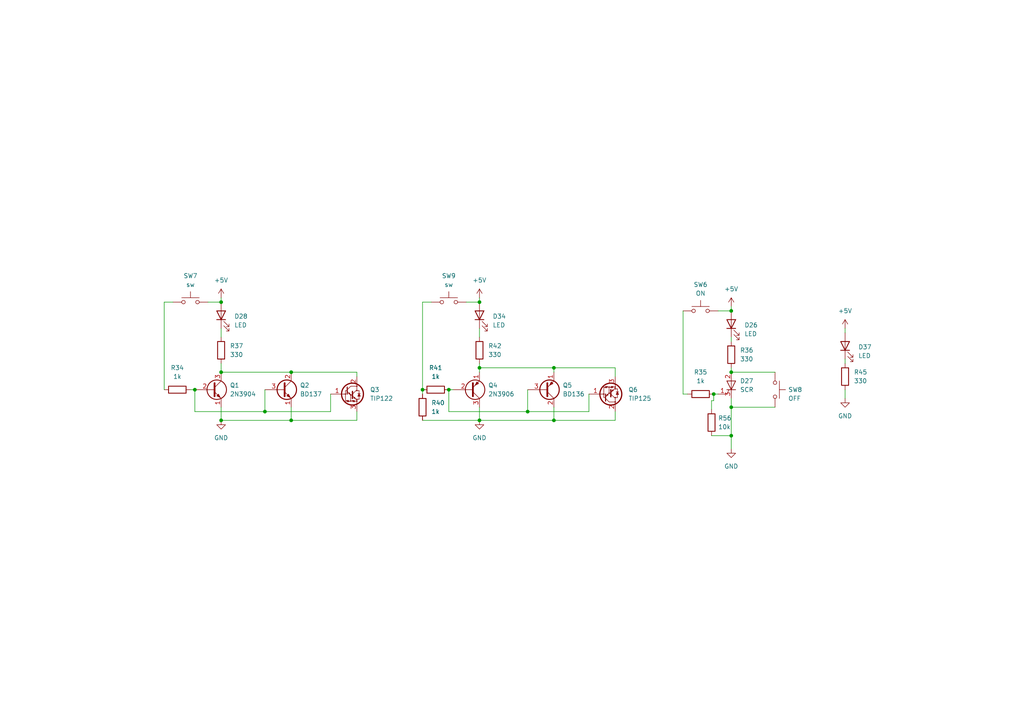
<source format=kicad_sch>
(kicad_sch (version 20211123) (generator eeschema)
  (paper "A4")
  (lib_symbols
    (symbol "Device:LED" (pin_numbers hide) (pin_names (offset 1.016) hide)
      (property "Reference" "D" (at 0 2.54 0))
      (property "Value" "LED" (at 0 -2.54 0))
      (symbol "LED_0_1"
        (polyline (pts (xy -1.27 -1.27) (xy -1.27 1.27)) (stroke (width 0.254)))
        (polyline (pts (xy -1.27 0) (xy 1.27 0)))
        (polyline (pts (xy 1.27 -1.27) (xy 1.27 1.27) (xy -1.27 0) (xy 1.27 -1.27)) (stroke (width 0.254)))
        (polyline (pts (xy -3.048 -0.762) (xy -4.572 -2.286) (xy -3.81 -2.286) (xy -4.572 -2.286) (xy -4.572 -1.524)))
        (polyline (pts (xy -1.778 -0.762) (xy -3.302 -2.286) (xy -2.54 -2.286) (xy -3.302 -2.286) (xy -3.302 -1.524)))
      )
      (symbol "LED_1_1"
        (pin passive line (at -3.81 0 0) (length 2.54) (name "K") (number "1"))
        (pin passive line (at 3.81 0 180) (length 2.54) (name "A") (number "2"))
      )
    )
    (symbol "Device:Q_SCR_GAK" (pin_names (offset 0) hide)
      (property "Reference" "D" (at 1.905 0.635 0))
      (property "Value" "Q_SCR_GAK" (at 1.905 -1.27 0))
      (symbol "Q_SCR_GAK_0_1"
        (polyline (pts (xy -1.27 -2.54) (xy -0.635 -1.27)))
        (polyline (pts (xy -1.27 -1.27) (xy 1.27 -1.27)) (stroke (width 0.2032)))
        (polyline (pts (xy 0 -2.54) (xy 0 2.54)))
        (polyline (pts (xy -1.27 1.27) (xy 1.27 1.27) (xy 0 -1.27) (xy -1.27 1.27)) (stroke (width 0.2032)))
      )
      (symbol "Q_SCR_GAK_1_1"
        (pin input line (at -3.81 -2.54 0) (length 2.54) (name "G") (number "1"))
        (pin passive line (at 0 3.81 270) (length 2.54) (name "A") (number "2"))
        (pin passive line (at 0 -3.81 90) (length 2.54) (name "K") (number "3"))
      )
    )
    (symbol "Device:R" (pin_numbers hide) (pin_names (offset 0))
      (property "Reference" "R" (at 2.032 0 90))
      (property "Value" "R" (at 0 0 90))
      (symbol "R_0_1"
        (rectangle (start -1.016 -2.54) (end 1.016 2.54) (stroke (width 0.254)))
      )
      (symbol "R_1_1"
        (pin passive line (at 0 3.81 270) (length 1.27) (name "~") (number "1"))
        (pin passive line (at 0 -3.81 90) (length 1.27) (name "~") (number "2"))
      )
    )
    (symbol "Switch:SW_Push" (pin_numbers hide) (pin_names (offset 1.016) hide)
      (property "Reference" "SW" (at 1.27 2.54 0))
      (property "Value" "SW_Push" (at 0 -1.524 0))
      (symbol "SW_Push_0_1"
        (circle (center -2.032 0) (radius 0.508))
        (polyline (pts (xy 0 1.27) (xy 0 3.048)))
        (polyline (pts (xy 2.54 1.27) (xy -2.54 1.27)))
        (circle (center 2.032 0) (radius 0.508))
        (pin passive line (at -5.08 0 0) (length 2.54) (name "1") (number "1"))
        (pin passive line (at 5.08 0 180) (length 2.54) (name "2") (number "2"))
      )
    )
    (symbol "Transistor_BJT:2N3904" (pin_names (offset 0) hide)
      (property "Reference" "Q" (at 5.08 1.905 0))
      (property "Value" "2N3904" (at 5.08 0 0))
      (symbol "2N3904_0_1"
        (polyline (pts (xy 0.635 0.635) (xy 2.54 2.54)))
        (polyline (pts (xy 0.635 -0.635) (xy 2.54 -2.54) (xy 2.54 -2.54)))
        (polyline (pts (xy 0.635 1.905) (xy 0.635 -1.905) (xy 0.635 -1.905)) (stroke (width 0.508)))
        (polyline (pts (xy 1.27 -1.778) (xy 1.778 -1.27) (xy 2.286 -2.286) (xy 1.27 -1.778) (xy 1.27 -1.778)) (fill (type outline)))
        (circle (center 1.27 0) (radius 2.8194) (stroke (width 0.254)))
      )
      (symbol "2N3904_1_1"
        (pin passive line (at 2.54 -5.08 90) (length 2.54) (name "E") (number "1"))
        (pin passive line (at -5.08 0 0) (length 5.715) (name "B") (number "2"))
        (pin passive line (at 2.54 5.08 270) (length 2.54) (name "C") (number "3"))
      )
    )
    (symbol "Transistor_BJT:2N3906" (pin_names (offset 0) hide)
      (property "Reference" "Q" (at 5.08 1.905 0))
      (property "Value" "2N3906" (at 5.08 0 0))
      (symbol "2N3906_0_1"
        (polyline (pts (xy 0.635 0.635) (xy 2.54 2.54)))
        (polyline (pts (xy 0.635 -0.635) (xy 2.54 -2.54) (xy 2.54 -2.54)))
        (polyline (pts (xy 0.635 1.905) (xy 0.635 -1.905) (xy 0.635 -1.905)) (stroke (width 0.508)))
        (polyline (pts (xy 2.286 -1.778) (xy 1.778 -2.286) (xy 1.27 -1.27) (xy 2.286 -1.778) (xy 2.286 -1.778)) (fill (type outline)))
        (circle (center 1.27 0) (radius 2.8194) (stroke (width 0.254)))
      )
      (symbol "2N3906_1_1"
        (pin passive line (at 2.54 -5.08 90) (length 2.54) (name "E") (number "1"))
        (pin input line (at -5.08 0 0) (length 5.715) (name "B") (number "2"))
        (pin passive line (at 2.54 5.08 270) (length 2.54) (name "C") (number "3"))
      )
    )
    (symbol "Transistor_BJT:BD136" (pin_names (offset 0) hide)
      (property "Reference" "Q" (at 5.08 1.905 0))
      (property "Value" "BD136" (at 5.08 0 0))
      (symbol "BD136_0_1"
        (polyline (pts (xy 0 0) (xy 0.635 0)))
        (polyline (pts (xy 2.54 -2.54) (xy 0.635 -0.635)))
        (polyline (pts (xy 2.54 2.54) (xy 0.635 0.635)))
        (polyline (pts (xy 0.635 1.905) (xy 0.635 -1.905) (xy 0.635 -1.905)) (stroke (width 0.508)) (fill (type outline)))
        (polyline (pts (xy 1.778 -2.286) (xy 2.286 -1.778) (xy 1.27 -1.27) (xy 1.778 -2.286) (xy 1.778 -2.286)) (fill (type outline)))
        (circle (center 1.27 0) (radius 2.8194) (stroke (width 0.3048)))
      )
      (symbol "BD136_1_1"
        (pin passive line (at 2.54 -5.08 90) (length 2.54) (name "E") (number "1"))
        (pin passive line (at 2.54 5.08 270) (length 2.54) (name "C") (number "2"))
        (pin input line (at -5.08 0 0) (length 5.08) (name "B") (number "3"))
      )
    )
    (symbol "Transistor_BJT:BD137" (pin_names (offset 0) hide)
      (property "Reference" "Q" (at 5.08 1.905 0))
      (property "Value" "BD137" (at 5.08 0 0))
      (symbol "BD137_0_1"
        (polyline (pts (xy 0 0) (xy 0.635 0)))
        (polyline (pts (xy 2.54 -2.54) (xy 0.635 -0.635)))
        (polyline (pts (xy 2.54 2.54) (xy 0.635 0.635)))
        (polyline (pts (xy 0.635 1.905) (xy 0.635 -1.905) (xy 0.635 -1.905)) (stroke (width 0.508)) (fill (type outline)))
        (polyline (pts (xy 1.2446 -1.778) (xy 1.7526 -1.27) (xy 2.286 -2.286) (xy 1.2446 -1.778) (xy 1.2446 -1.778)) (fill (type outline)))
        (circle (center 1.27 0) (radius 2.8194) (stroke (width 0.3048)))
      )
      (symbol "BD137_1_1"
        (pin passive line (at 2.54 -5.08 90) (length 2.54) (name "E") (number "1"))
        (pin passive line (at 2.54 5.08 270) (length 2.54) (name "C") (number "2"))
        (pin input line (at -5.08 0 0) (length 5.08) (name "B") (number "3"))
      )
    )
    (symbol "Transistor_BJT:TIP122" (pin_names (offset 0) hide)
      (property "Reference" "Q" (at 5.08 1.905 0))
      (property "Value" "TIP122" (at 5.08 0 0))
      (symbol "TIP122_0_1"
        (circle (center -0.762 0) (radius 0.127))
        (polyline (pts (xy -1.27 0) (xy -0.889 0)))
        (polyline (pts (xy 2.54 -2.032) (xy 2.54 -2.54)))
        (polyline (pts (xy 2.54 -1.524) (xy 3.175 -1.524)))
        (polyline (pts (xy 2.794 0.127) (xy 3.556 0.127)))
        (polyline (pts (xy 3.175 -0.635) (xy 3.175 -1.524)))
        (polyline (pts (xy 3.175 1.016) (xy 2.54 1.016)))
        (polyline (pts (xy 3.175 1.016) (xy 3.175 0.127)))
        (polyline (pts (xy -0.254 0.762) (xy 0.762 -0.254) (xy 1.27 -0.254)))
        (polyline (pts (xy -0.254 1.016) (xy -0.762 1.016) (xy -0.762 -2.032)))
        (polyline (pts (xy -0.254 1.27) (xy 0.762 2.286) (xy 2.54 2.286)))
        (polyline (pts (xy -0.254 2.032) (xy -0.254 0) (xy -0.254 0)) (stroke (width 0.3048)))
        (polyline (pts (xy 1.27 0.762) (xy 1.27 -1.27) (xy 1.27 -1.27)) (stroke (width 0.381)))
        (polyline (pts (xy 0.635 -0.127) (xy 0.381 0.381) (xy 0.127 0.127) (xy 0.635 -0.127)))
        (polyline (pts (xy 1.27 -0.508) (xy 2.286 -1.524) (xy 2.54 -1.524) (xy 2.54 -2.032)))
        (polyline (pts (xy 1.27 0) (xy 2.286 1.016) (xy 2.54 1.016) (xy 2.54 2.286)))
        (polyline (pts (xy 2.159 -1.397) (xy 1.905 -0.889) (xy 1.651 -1.143) (xy 2.159 -1.397)))
        (polyline (pts (xy 3.175 0.127) (xy 2.794 -0.635) (xy 3.556 -0.635) (xy 3.175 0.127)) (fill (type outline)))
        (polyline (pts (xy 0.762 -2.032) (xy 0.381 -2.032) (xy 0.254 -2.286) (xy 0.127 -1.778) (xy 0 -2.286) (xy -0.127 -1.778) (xy -0.254 -2.286) (xy -0.381 -1.778) (xy -0.508 -2.032) (xy -0.762 -2.032)))
        (polyline (pts (xy 0.762 -0.254) (xy 0.762 -2.032) (xy 1.143 -2.032) (xy 1.27 -1.778) (xy 1.397 -2.286) (xy 1.524 -1.778) (xy 1.651 -2.286) (xy 1.778 -1.778) (xy 1.905 -2.286) (xy 2.032 -2.032) (xy 2.54 -2.032)))
        (circle (center 0.762 -2.032) (radius 0.127))
        (circle (center 0.762 -0.254) (radius 0.127))
        (circle (center 1.27 0) (radius 3.175) (stroke (width 0.3556)))
        (circle (center 2.54 -2.032) (radius 0.127))
        (circle (center 2.54 -1.524) (radius 0.127))
        (circle (center 2.54 1.016) (radius 0.127))
        (circle (center 2.54 2.286) (radius 0.127))
      )
      (symbol "TIP122_1_1"
        (pin input line (at -5.08 0 0) (length 3.81) (name "B") (number "1"))
        (pin passive line (at 2.54 5.08 270) (length 2.667) (name "C") (number "2"))
        (pin passive line (at 2.54 -5.08 90) (length 2.54) (name "E") (number "3"))
      )
    )
    (symbol "Transistor_BJT:TIP125" (pin_names (offset 0) hide)
      (property "Reference" "Q" (at 5.08 1.905 0))
      (property "Value" "TIP125" (at 5.08 0 0))
      (symbol "TIP125_0_1"
        (circle (center -0.762 0) (radius 0.127))
        (polyline (pts (xy -1.27 0) (xy -0.889 0)))
        (polyline (pts (xy 2.54 -2.032) (xy 2.54 -2.54)))
        (polyline (pts (xy 2.54 -1.524) (xy 3.175 -1.524)))
        (polyline (pts (xy 2.794 -0.635) (xy 3.556 -0.635)))
        (polyline (pts (xy 3.175 -1.524) (xy 3.175 -0.635)))
        (polyline (pts (xy 3.175 0.127) (xy 3.175 1.016)))
        (polyline (pts (xy 3.175 1.016) (xy 2.54 1.016)))
        (polyline (pts (xy -0.254 0.762) (xy 0.762 -0.254) (xy 1.27 -0.254)))
        (polyline (pts (xy -0.254 1.016) (xy -0.762 1.016) (xy -0.762 -2.032)))
        (polyline (pts (xy -0.254 1.27) (xy 0.762 2.286) (xy 2.54 2.286)))
        (polyline (pts (xy -0.254 2.032) (xy -0.254 0) (xy -0.254 0)) (stroke (width 0.3048)))
        (polyline (pts (xy 1.27 0.762) (xy 1.27 -1.27) (xy 1.27 -1.27)) (stroke (width 0.381)))
        (polyline (pts (xy 0 0.508) (xy 0.254 0) (xy 0.508 0.254) (xy 0 0.508)))
        (polyline (pts (xy 1.27 -0.508) (xy 2.286 -1.524) (xy 2.54 -1.524) (xy 2.54 -2.032)))
        (polyline (pts (xy 1.27 0) (xy 2.286 1.016) (xy 2.54 1.016) (xy 2.54 2.286)))
        (polyline (pts (xy 1.524 -0.762) (xy 1.778 -1.27) (xy 2.032 -1.016) (xy 1.524 -0.762)))
        (polyline (pts (xy 3.175 -0.635) (xy 2.794 0.127) (xy 3.556 0.127) (xy 3.175 -0.635)) (fill (type outline)))
        (polyline (pts (xy 0.762 -2.032) (xy 0.381 -2.032) (xy 0.254 -2.286) (xy 0.127 -1.778) (xy 0 -2.286) (xy -0.127 -1.778) (xy -0.254 -2.286) (xy -0.381 -1.778) (xy -0.508 -2.032) (xy -0.762 -2.032)))
        (polyline (pts (xy 0.762 -0.254) (xy 0.762 -2.032) (xy 1.143 -2.032) (xy 1.27 -1.778) (xy 1.397 -2.286) (xy 1.524 -1.778) (xy 1.651 -2.286) (xy 1.778 -1.778) (xy 1.905 -2.286) (xy 2.032 -2.032) (xy 2.54 -2.032)))
        (circle (center 0.762 -2.032) (radius 0.127))
        (circle (center 0.762 -0.254) (radius 0.127))
        (circle (center 1.27 0) (radius 3.175) (stroke (width 0.3556)))
        (circle (center 2.54 -2.032) (radius 0.127))
        (circle (center 2.54 -1.524) (radius 0.127))
        (circle (center 2.54 1.016) (radius 0.127))
        (circle (center 2.54 2.286) (radius 0.127))
      )
      (symbol "TIP125_1_1"
        (pin input line (at -5.08 0 0) (length 3.81) (name "B") (number "1"))
        (pin passive line (at 2.54 5.08 270) (length 2.667) (name "C") (number "2"))
        (pin passive line (at 2.54 -5.08 90) (length 2.54) (name "E") (number "3"))
      )
    )
    (symbol "power:+5V" (power) (pin_names (offset 0))
      (property "Value" "+5V" (at 0 3.556 0))
      (symbol "+5V_0_1"
        (polyline (pts (xy -0.762 1.27) (xy 0 2.54)))
        (polyline (pts (xy 0 0) (xy 0 2.54)))
        (polyline (pts (xy 0 2.54) (xy 0.762 1.27)))
      )
      (symbol "+5V_1_1"
        (pin power_in line (at 0 0 90) (length 0) hide (name "+5V") (number "1"))
      )
    )
    (symbol "power:GND" (power) (pin_names (offset 0))
      (property "Value" "GND" (at 0 -3.81 0))
      (symbol "GND_0_1"
        (polyline (pts (xy 0 0) (xy 0 -1.27) (xy 1.27 -1.27) (xy 0 -2.54) (xy -1.27 -1.27) (xy 0 -1.27)))
      )
      (symbol "GND_1_1"
        (pin power_in line (at 0 0 270) (length 0) hide (name "GND") (number "1"))
      )
    )
  )
  (junction (at 207.01 114.3))
  (junction (at 56.515 113.03))
  (junction (at 212.09 107.95))
  (junction (at 212.09 90.17))
  (junction (at 76.835 119.38))
  (junction (at 160.655 106.68))
  (junction (at 139.065 121.92))
  (junction (at 160.655 121.92))
  (junction (at 153.035 119.38))
  (junction (at 130.175 113.03))
  (junction (at 64.135 87.63))
  (junction (at 84.455 107.95))
  (junction (at 139.065 106.68))
  (junction (at 139.065 87.63))
  (junction (at 122.555 113.03))
  (junction (at 64.135 107.95))
  (junction (at 212.09 126.365))
  (junction (at 84.455 121.92))
  (junction (at 64.135 121.92))
  (junction (at 212.09 118.11))
  (wire (pts (xy 64.135 86.36) (xy 64.135 87.63)))
  (wire (pts (xy 245.11 104.14) (xy 245.11 105.41)))
  (wire (pts (xy 160.655 106.68) (xy 178.435 106.68)))
  (wire (pts (xy 122.555 87.63) (xy 125.095 87.63)))
  (wire (pts (xy 139.065 95.25) (xy 139.065 97.79)))
  (wire (pts (xy 76.835 119.38) (xy 56.515 119.38)))
  (wire (pts (xy 103.505 109.22) (xy 103.505 107.95)))
  (wire (pts (xy 135.255 87.63) (xy 139.065 87.63)))
  (wire (pts (xy 160.655 121.92) (xy 178.435 121.92)))
  (wire (pts (xy 122.555 121.92) (xy 139.065 121.92)))
  (wire (pts (xy 130.175 119.38) (xy 130.175 113.03)))
  (wire (pts (xy 103.505 107.95) (xy 84.455 107.95)))
  (wire (pts (xy 47.625 113.03) (xy 47.625 87.63)))
  (wire (pts (xy 153.035 113.03) (xy 153.035 119.38)))
  (wire (pts (xy 212.09 118.11) (xy 212.09 126.365)))
  (wire (pts (xy 206.375 116.205) (xy 207.01 116.205)))
  (wire (pts (xy 178.435 106.68) (xy 178.435 109.22)))
  (wire (pts (xy 47.625 87.63) (xy 50.165 87.63)))
  (wire (pts (xy 55.245 113.03) (xy 56.515 113.03)))
  (wire (pts (xy 64.135 107.95) (xy 84.455 107.95)))
  (wire (pts (xy 122.555 113.03) (xy 122.555 87.63)))
  (wire (pts (xy 208.28 90.17) (xy 212.09 90.17)))
  (wire (pts (xy 76.835 113.03) (xy 76.835 119.38)))
  (wire (pts (xy 153.035 119.38) (xy 170.815 119.38)))
  (wire (pts (xy 56.515 119.38) (xy 56.515 113.03)))
  (wire (pts (xy 95.885 114.3) (xy 95.885 119.38)))
  (wire (pts (xy 198.12 114.3) (xy 199.39 114.3)))
  (wire (pts (xy 64.135 118.11) (xy 64.135 121.92)))
  (wire (pts (xy 212.09 118.11) (xy 224.79 118.11)))
  (wire (pts (xy 160.655 106.68) (xy 160.655 107.95)))
  (wire (pts (xy 64.135 105.41) (xy 64.135 107.95)))
  (wire (pts (xy 212.09 88.9) (xy 212.09 90.17)))
  (wire (pts (xy 84.455 118.11) (xy 84.455 121.92)))
  (wire (pts (xy 245.11 113.03) (xy 245.11 115.57)))
  (wire (pts (xy 122.555 113.03) (xy 122.555 114.3)))
  (wire (pts (xy 139.065 86.36) (xy 139.065 87.63)))
  (wire (pts (xy 178.435 119.38) (xy 178.435 121.92)))
  (wire (pts (xy 130.175 119.38) (xy 153.035 119.38)))
  (wire (pts (xy 103.505 121.92) (xy 84.455 121.92)))
  (wire (pts (xy 130.175 113.03) (xy 131.445 113.03)))
  (wire (pts (xy 103.505 119.38) (xy 103.505 121.92)))
  (wire (pts (xy 60.325 87.63) (xy 64.135 87.63)))
  (wire (pts (xy 139.065 118.11) (xy 139.065 121.92)))
  (wire (pts (xy 212.09 115.57) (xy 212.09 118.11)))
  (wire (pts (xy 207.01 114.3) (xy 208.28 114.3)))
  (wire (pts (xy 139.065 105.41) (xy 139.065 106.68)))
  (wire (pts (xy 170.815 114.3) (xy 170.815 119.38)))
  (wire (pts (xy 212.09 97.79) (xy 212.09 99.06)))
  (wire (pts (xy 64.135 95.25) (xy 64.135 97.79)))
  (wire (pts (xy 139.065 121.92) (xy 160.655 121.92)))
  (wire (pts (xy 198.12 90.17) (xy 198.12 114.3)))
  (wire (pts (xy 212.09 106.68) (xy 212.09 107.95)))
  (wire (pts (xy 206.375 126.365) (xy 212.09 126.365)))
  (wire (pts (xy 212.09 126.365) (xy 212.09 130.175)))
  (wire (pts (xy 245.11 95.25) (xy 245.11 96.52)))
  (wire (pts (xy 95.885 119.38) (xy 76.835 119.38)))
  (wire (pts (xy 212.09 107.95) (xy 224.79 107.95)))
  (wire (pts (xy 139.065 106.68) (xy 160.655 106.68)))
  (wire (pts (xy 206.375 118.745) (xy 206.375 116.205)))
  (wire (pts (xy 84.455 121.92) (xy 64.135 121.92)))
  (wire (pts (xy 139.065 106.68) (xy 139.065 107.95)))
  (wire (pts (xy 207.01 116.205) (xy 207.01 114.3)))
  (wire (pts (xy 160.655 118.11) (xy 160.655 121.92)))
  (symbol (lib_id "Switch:SW_Push") (at 55.245 87.63 0) (unit 1)
    (property "Reference" "SW7" (at 55.245 80.01 0))
    (property "Value" "sw" (at 55.245 82.55 0))
    (property "Footprint" "Button_Switch_THT:SW_PUSH_6mm" (effects hide))
  )
  (symbol (lib_id "Device:R") (at 126.365 113.03 90) (unit 1)
    (property "Reference" "R41" (at 126.365 106.68 90))
    (property "Value" "1k" (at 126.365 109.22 90))
    (property "Footprint" "Resistor_THT:R_Axial_DIN0207_L6.3mm_D2.5mm_P10.16mm_Horizontal" (effects hide))
  )
  (symbol (lib_id "power:GND") (at 139.065 121.92 0) (unit 1)
    (property "Reference" "#PWR0118" (effects hide))
    (property "Value" "GND" (at 139.065 127 0))
  )
  (symbol (lib_id "Device:Q_SCR_GAK") (at 212.09 111.76 0) (unit 1)
    (property "Reference" "D27" (at 214.63 110.4899 0) (effects (justify left)))
    (property "Value" "SCR" (at 214.63 113.0299 0) (effects (justify left)))
    (property "Footprint" "huellas_extras:TO-225" (effects hide))
  )
  (symbol (lib_id "Transistor_BJT:BD137") (at 81.915 113.03 0) (unit 1)
    (property "Reference" "Q2" (at 86.995 111.7599 0) (effects (justify left)))
    (property "Value" "BD137" (at 86.995 114.2999 0) (effects (justify left)))
    (property "Footprint" "Package_TO_SOT_THT:TO-126-3_Vertical" (effects hide))
    (property "Datasheet" "http://www.st.com/internet/com/TECHNICAL_RESOURCES/TECHNICAL_LITERATURE/DATASHEET/CD00001225.pdf" (effects hide))
  )
  (symbol (lib_id "Transistor_BJT:2N3904") (at 61.595 113.03 0) (unit 1)
    (property "Reference" "Q1" (at 66.675 111.7599 0) (effects (justify left)))
    (property "Value" "2N3904" (at 66.675 114.2999 0) (effects (justify left)))
    (property "Footprint" "Package_TO_SOT_THT:TO-92_Wide" (effects hide))
    (property "Datasheet" "https://www.onsemi.com/pub/Collateral/2N3903-D.PDF" (effects hide))
  )
  (symbol (lib_id "Device:R") (at 122.555 118.11 180) (unit 1)
    (property "Reference" "R40" (at 125.095 116.8399 0) (effects (justify right)))
    (property "Value" "1k" (at 125.095 119.3799 0) (effects (justify right)))
    (property "Footprint" "Resistor_THT:R_Axial_DIN0207_L6.3mm_D2.5mm_P10.16mm_Horizontal" (effects hide))
  )
  (symbol (lib_id "Switch:SW_Push") (at 130.175 87.63 0) (unit 1)
    (property "Reference" "SW9" (at 130.175 80.01 0))
    (property "Value" "sw" (at 130.175 82.55 0))
    (property "Footprint" "Button_Switch_THT:SW_PUSH_6mm" (effects hide))
  )
  (symbol (lib_id "Device:LED") (at 245.11 100.33 90) (unit 1)
    (property "Reference" "D37" (at 248.92 100.6474 90) (effects (justify right)))
    (property "Value" "LED" (at 248.92 103.1874 90) (effects (justify right)))
    (property "Footprint" "LED_THT:LED_D5.0mm" (effects hide))
  )
  (symbol (lib_id "Transistor_BJT:BD136") (at 158.115 113.03 0) (mirror x) (unit 1)
    (property "Reference" "Q5" (at 163.195 111.7599 0) (effects (justify left)))
    (property "Value" "BD136" (at 163.195 114.2999 0) (effects (justify left)))
    (property "Footprint" "Package_TO_SOT_THT:TO-126-3_Vertical" (effects hide))
    (property "Datasheet" "http://www.st.com/internet/com/TECHNICAL_RESOURCES/TECHNICAL_LITERATURE/DATASHEET/CD00001225.pdf" (effects hide))
  )
  (symbol (lib_id "Device:LED") (at 212.09 93.98 90) (unit 1)
    (property "Reference" "D26" (at 215.9 94.2974 90) (effects (justify right)))
    (property "Value" "LED" (at 215.9 96.8374 90) (effects (justify right)))
    (property "Footprint" "LED_THT:LED_D5.0mm" (effects hide))
  )
  (symbol (lib_id "Device:LED") (at 64.135 91.44 90) (unit 1)
    (property "Reference" "D28" (at 67.945 91.7574 90) (effects (justify right)))
    (property "Value" "LED" (at 67.945 94.2974 90) (effects (justify right)))
    (property "Footprint" "LED_THT:LED_D5.0mm" (effects hide))
  )
  (symbol (lib_id "Device:R") (at 139.065 101.6 180) (unit 1)
    (property "Reference" "R42" (at 141.605 100.3299 0) (effects (justify right)))
    (property "Value" "330" (at 141.605 102.8699 0) (effects (justify right)))
    (property "Footprint" "Resistor_THT:R_Axial_DIN0207_L6.3mm_D2.5mm_P10.16mm_Horizontal" (effects hide))
  )
  (symbol (lib_id "Device:R") (at 212.09 102.87 180) (unit 1)
    (property "Reference" "R36" (at 214.63 101.5999 0) (effects (justify right)))
    (property "Value" "330" (at 214.63 104.1399 0) (effects (justify right)))
    (property "Footprint" "Resistor_THT:R_Axial_DIN0207_L6.3mm_D2.5mm_P10.16mm_Horizontal" (effects hide))
  )
  (symbol (lib_id "power:+5V") (at 139.065 86.36 0) (unit 1)
    (property "Reference" "#PWR0117" (effects hide))
    (property "Value" "+5V" (at 139.065 81.28 0))
  )
  (symbol (lib_id "Device:R") (at 203.2 114.3 90) (unit 1)
    (property "Reference" "R35" (at 203.2 107.95 90))
    (property "Value" "1k" (at 203.2 110.49 90))
    (property "Footprint" "Resistor_THT:R_Axial_DIN0207_L6.3mm_D2.5mm_P10.16mm_Horizontal" (effects hide))
  )
  (symbol (lib_id "Transistor_BJT:2N3906") (at 136.525 113.03 0) (mirror x) (unit 1)
    (property "Reference" "Q4" (at 141.605 111.7599 0) (effects (justify left)))
    (property "Value" "2N3906" (at 141.605 114.2999 0) (effects (justify left)))
    (property "Footprint" "Package_TO_SOT_THT:TO-92_Wide" (effects hide))
    (property "Datasheet" "https://www.onsemi.com/pub/Collateral/2N3906-D.PDF" (effects hide))
  )
  (symbol (lib_id "Device:R") (at 64.135 101.6 180) (unit 1)
    (property "Reference" "R37" (at 66.675 100.3299 0) (effects (justify right)))
    (property "Value" "330" (at 66.675 102.8699 0) (effects (justify right)))
    (property "Footprint" "Resistor_THT:R_Axial_DIN0207_L6.3mm_D2.5mm_P10.16mm_Horizontal" (effects hide))
  )
  (symbol (lib_id "Device:R") (at 51.435 113.03 90) (unit 1)
    (property "Reference" "R34" (at 51.435 106.68 90))
    (property "Value" "1k" (at 51.435 109.22 90))
    (property "Footprint" "Resistor_THT:R_Axial_DIN0207_L6.3mm_D2.5mm_P10.16mm_Horizontal" (effects hide))
  )
  (symbol (lib_id "power:+5V") (at 64.135 86.36 0) (unit 1)
    (property "Reference" "#PWR0115" (effects hide))
    (property "Value" "+5V" (at 64.135 81.28 0))
  )
  (symbol (lib_id "Device:LED") (at 139.065 91.44 90) (unit 1)
    (property "Reference" "D34" (at 142.875 91.7574 90) (effects (justify right)))
    (property "Value" "LED" (at 142.875 94.2974 90) (effects (justify right)))
    (property "Footprint" "LED_THT:LED_D5.0mm" (effects hide))
  )
  (symbol (lib_id "power:GND") (at 212.09 130.175 0) (unit 1)
    (property "Reference" "#PWR0120" (effects hide))
    (property "Value" "GND" (at 212.09 135.255 0))
  )
  (symbol (lib_id "Switch:SW_Push") (at 224.79 113.03 270) (unit 1)
    (property "Reference" "SW8" (at 228.6 113.03 90) (effects (justify left)))
    (property "Value" "OFF" (at 228.6 115.57 90) (effects (justify left)))
    (property "Footprint" "Button_Switch_THT:SW_PUSH_6mm" (effects hide))
  )
  (symbol (lib_id "Switch:SW_Push") (at 203.2 90.17 0) (unit 1)
    (property "Reference" "SW6" (at 203.2 82.55 0))
    (property "Value" "ON" (at 203.2 85.09 0))
    (property "Footprint" "Button_Switch_THT:SW_PUSH_6mm" (effects hide))
  )
  (symbol (lib_id "Device:R") (at 206.375 122.555 180) (unit 1)
    (property "Reference" "R56" (at 208.28 121.2849 0) (effects (justify right)))
    (property "Value" "10k" (at 208.28 123.8249 0) (effects (justify right)))
    (property "Footprint" "Resistor_THT:R_Axial_DIN0207_L6.3mm_D2.5mm_P10.16mm_Horizontal" (effects hide))
  )
  (symbol (lib_id "power:GND") (at 64.135 121.92 0) (unit 1)
    (property "Reference" "#PWR0116" (effects hide))
    (property "Value" "GND" (at 64.135 127 0))
  )
  (symbol (lib_id "Device:R") (at 245.11 109.22 180) (unit 1)
    (property "Reference" "R45" (at 247.65 107.9499 0) (effects (justify right)))
    (property "Value" "330" (at 247.65 110.4899 0) (effects (justify right)))
    (property "Footprint" "Resistor_THT:R_Axial_DIN0207_L6.3mm_D2.5mm_P10.16mm_Horizontal" (effects hide))
  )
  (symbol (lib_id "power:+5V") (at 245.11 95.25 0) (unit 1)
    (property "Reference" "#PWR0125" (effects hide))
    (property "Value" "+5V" (at 245.11 90.17 0))
  )
  (symbol (lib_id "power:GND") (at 245.11 115.57 0) (unit 1)
    (property "Reference" "#PWR0126" (effects hide))
    (property "Value" "GND" (at 245.11 120.65 0))
  )
  (symbol (lib_id "Transistor_BJT:TIP125") (at 175.895 114.3 0) (mirror x) (unit 1)
    (property "Reference" "Q6" (at 182.245 113.0299 0) (effects (justify left)))
    (property "Value" "TIP125" (at 182.245 115.5699 0) (effects (justify left)))
    (property "Footprint" "Package_TO_SOT_THT:TO-220-3_Vertical" (effects hide))
    (property "Datasheet" "https://www.onsemi.com/pub/Collateral/TIP120-D.PDF" (effects hide))
  )
  (symbol (lib_id "Transistor_BJT:TIP122") (at 100.965 114.3 0) (unit 1)
    (property "Reference" "Q3" (at 107.315 113.0299 0) (effects (justify left)))
    (property "Value" "TIP122" (at 107.315 115.5699 0) (effects (justify left)))
    (property "Footprint" "Package_TO_SOT_THT:TO-220-3_Vertical" (effects hide))
    (property "Datasheet" "https://www.onsemi.com/pub/Collateral/TIP120-D.PDF" (effects hide))
  )
  (symbol (lib_id "power:+5V") (at 212.09 88.9 0) (unit 1)
    (property "Reference" "#PWR0121" (effects hide))
    (property "Value" "+5V" (at 212.09 83.82 0))
  )
)
</source>
